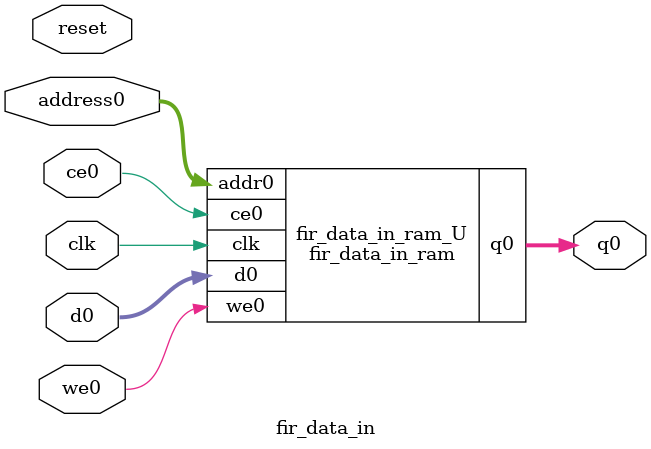
<source format=v>
`timescale 1 ns / 1 ps
module fir_data_in_ram (addr0, ce0, d0, we0, q0,  clk);

parameter DWIDTH = 24;
parameter AWIDTH = 24;
parameter MEM_SIZE = 8388708;

input[AWIDTH-1:0] addr0;
input ce0;
input[DWIDTH-1:0] d0;
input we0;
output wire[DWIDTH-1:0] q0;
input clk;

(* ram_style = "block" *)reg [DWIDTH-1:0] ram[0:MEM_SIZE-1];
wire [AWIDTH-1:0] addr0_t0; 
reg [AWIDTH-1:0] addr0_t1; 
wire [DWIDTH-1:0] d0_t0; 
wire we0_t0; 
reg [DWIDTH-1:0] d0_t1; 
reg we0_t1; 
reg [DWIDTH-1:0] q0_t0;
reg [DWIDTH-1:0] q0_t1;


assign addr0_t0 = addr0;
assign d0_t0 = d0;
assign we0_t0 = we0;
assign q0 = q0_t1;

always @(posedge clk)  
begin
    if (ce0) 
    begin
        addr0_t1 <= addr0_t0; 
        d0_t1 <= d0_t0;
        we0_t1 <= we0_t0;
        q0_t1 <= q0_t0;
    end
end


always @(posedge clk)  
begin 
    if (ce0) 
    begin
        if (we0_t1) 
        begin 
            ram[addr0_t1] <= d0_t1; 
        end 
        q0_t0 <= ram[addr0_t1];
    end
end


endmodule

`timescale 1 ns / 1 ps
module fir_data_in(
    reset,
    clk,
    address0,
    ce0,
    we0,
    d0,
    q0);

parameter DataWidth = 32'd24;
parameter AddressRange = 32'd8388708;
parameter AddressWidth = 32'd24;
input reset;
input clk;
input[AddressWidth - 1:0] address0;
input ce0;
input we0;
input[DataWidth - 1:0] d0;
output[DataWidth - 1:0] q0;



fir_data_in_ram fir_data_in_ram_U(
    .clk( clk ),
    .addr0( address0 ),
    .ce0( ce0 ),
    .we0( we0 ),
    .d0( d0 ),
    .q0( q0 ));

endmodule


</source>
